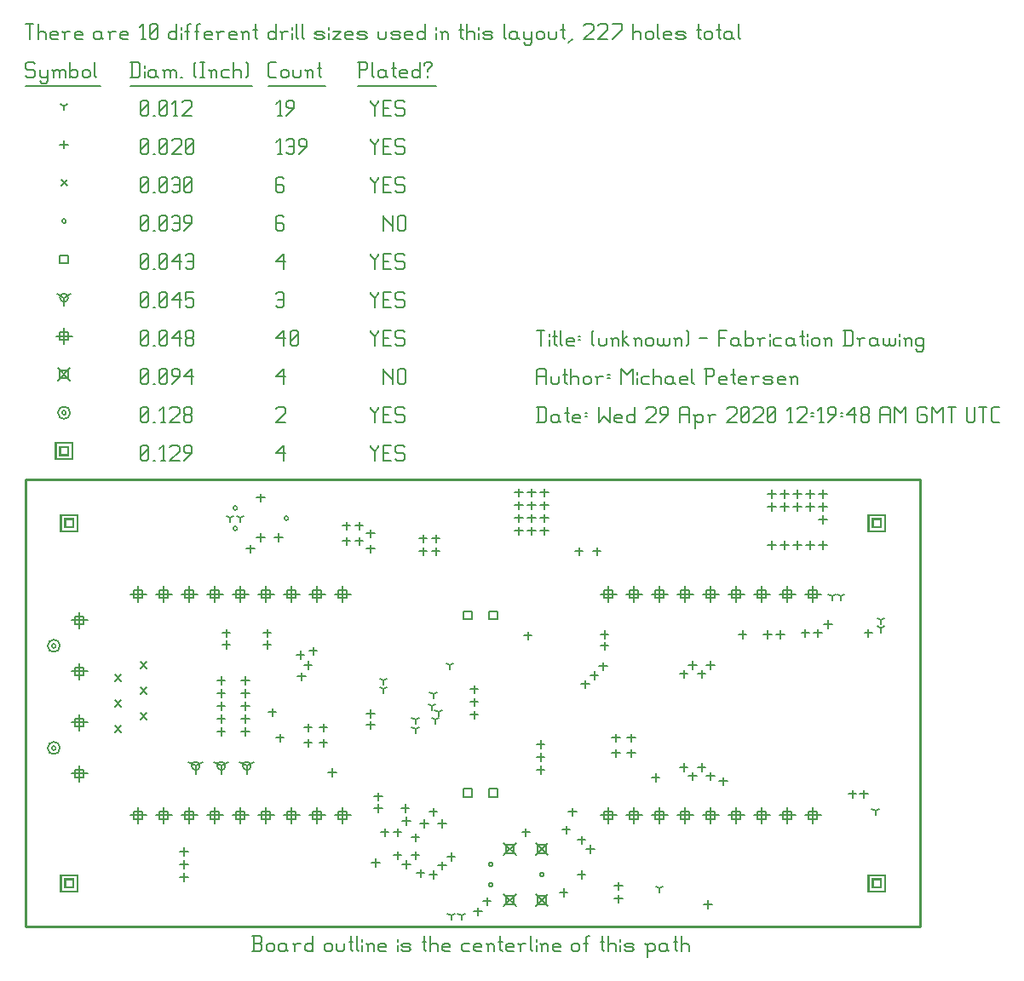
<source format=gbr>
G04 start of page 13 for group -3984 idx -3984 *
G04 Title: (unknown), fab *
G04 Creator: pcb 20140316 *
G04 CreationDate: Wed 29 Apr 2020 12:19:48 AM GMT UTC *
G04 For: railfan *
G04 Format: Gerber/RS-274X *
G04 PCB-Dimensions (mil): 3500.00 1750.00 *
G04 PCB-Coordinate-Origin: lower left *
%MOIN*%
%FSLAX25Y25*%
%LNFAB*%
%ADD138C,0.0100*%
%ADD137C,0.0060*%
%ADD136R,0.0080X0.0080*%
G54D136*X15400Y18600D02*X18600D01*
X15400D02*Y15400D01*
X18600D01*
Y18600D02*Y15400D01*
X13800Y20200D02*X20200D01*
X13800D02*Y13800D01*
X20200D01*
Y20200D02*Y13800D01*
X331400Y18600D02*X334600D01*
X331400D02*Y15400D01*
X334600D01*
Y18600D02*Y15400D01*
X329800Y20200D02*X336200D01*
X329800D02*Y13800D01*
X336200D01*
Y20200D02*Y13800D01*
X331400Y159600D02*X334600D01*
X331400D02*Y156400D01*
X334600D01*
Y159600D02*Y156400D01*
X329800Y161200D02*X336200D01*
X329800D02*Y154800D01*
X336200D01*
Y161200D02*Y154800D01*
X15400Y159600D02*X18600D01*
X15400D02*Y156400D01*
X18600D01*
Y159600D02*Y156400D01*
X13800Y161200D02*X20200D01*
X13800D02*Y154800D01*
X20200D01*
Y161200D02*Y154800D01*
X13400Y187850D02*X16600D01*
X13400D02*Y184650D01*
X16600D01*
Y187850D02*Y184650D01*
X11800Y189450D02*X18200D01*
X11800D02*Y183050D01*
X18200D01*
Y189450D02*Y183050D01*
G54D137*X135000Y188500D02*Y187750D01*
X136500Y186250D01*
X138000Y187750D01*
Y188500D02*Y187750D01*
X136500Y186250D02*Y182500D01*
X139800Y185500D02*X142050D01*
X139800Y182500D02*X142800D01*
X139800Y188500D02*Y182500D01*
Y188500D02*X142800D01*
X147600D02*X148350Y187750D01*
X145350Y188500D02*X147600D01*
X144600Y187750D02*X145350Y188500D01*
X144600Y187750D02*Y186250D01*
X145350Y185500D01*
X147600D01*
X148350Y184750D01*
Y183250D01*
X147600Y182500D02*X148350Y183250D01*
X145350Y182500D02*X147600D01*
X144600Y183250D02*X145350Y182500D01*
X98000Y185500D02*X101000Y188500D01*
X98000Y185500D02*X101750D01*
X101000Y188500D02*Y182500D01*
X45000Y183250D02*X45750Y182500D01*
X45000Y187750D02*Y183250D01*
Y187750D02*X45750Y188500D01*
X47250D01*
X48000Y187750D01*
Y183250D01*
X47250Y182500D02*X48000Y183250D01*
X45750Y182500D02*X47250D01*
X45000Y184000D02*X48000Y187000D01*
X49800Y182500D02*X50550D01*
X53100D02*X54600D01*
X53850Y188500D02*Y182500D01*
X52350Y187000D02*X53850Y188500D01*
X56400Y187750D02*X57150Y188500D01*
X59400D01*
X60150Y187750D01*
Y186250D01*
X56400Y182500D02*X60150Y186250D01*
X56400Y182500D02*X60150D01*
X61950D02*X64950Y185500D01*
Y187750D02*Y185500D01*
X64200Y188500D02*X64950Y187750D01*
X62700Y188500D02*X64200D01*
X61950Y187750D02*X62700Y188500D01*
X61950Y187750D02*Y186250D01*
X62700Y185500D01*
X64950D01*
X10200Y110000D02*G75*G03X11800Y110000I800J0D01*G01*
G75*G03X10200Y110000I-800J0D01*G01*
X8600D02*G75*G03X13400Y110000I2400J0D01*G01*
G75*G03X8600Y110000I-2400J0D01*G01*
X10200Y70000D02*G75*G03X11800Y70000I800J0D01*G01*
G75*G03X10200Y70000I-800J0D01*G01*
X8600D02*G75*G03X13400Y70000I2400J0D01*G01*
G75*G03X8600Y70000I-2400J0D01*G01*
X14200Y201250D02*G75*G03X15800Y201250I800J0D01*G01*
G75*G03X14200Y201250I-800J0D01*G01*
X12600D02*G75*G03X17400Y201250I2400J0D01*G01*
G75*G03X12600Y201250I-2400J0D01*G01*
X135000Y203500D02*Y202750D01*
X136500Y201250D01*
X138000Y202750D01*
Y203500D02*Y202750D01*
X136500Y201250D02*Y197500D01*
X139800Y200500D02*X142050D01*
X139800Y197500D02*X142800D01*
X139800Y203500D02*Y197500D01*
Y203500D02*X142800D01*
X147600D02*X148350Y202750D01*
X145350Y203500D02*X147600D01*
X144600Y202750D02*X145350Y203500D01*
X144600Y202750D02*Y201250D01*
X145350Y200500D01*
X147600D01*
X148350Y199750D01*
Y198250D01*
X147600Y197500D02*X148350Y198250D01*
X145350Y197500D02*X147600D01*
X144600Y198250D02*X145350Y197500D01*
X98000Y202750D02*X98750Y203500D01*
X101000D01*
X101750Y202750D01*
Y201250D01*
X98000Y197500D02*X101750Y201250D01*
X98000Y197500D02*X101750D01*
X45000Y198250D02*X45750Y197500D01*
X45000Y202750D02*Y198250D01*
Y202750D02*X45750Y203500D01*
X47250D01*
X48000Y202750D01*
Y198250D01*
X47250Y197500D02*X48000Y198250D01*
X45750Y197500D02*X47250D01*
X45000Y199000D02*X48000Y202000D01*
X49800Y197500D02*X50550D01*
X53100D02*X54600D01*
X53850Y203500D02*Y197500D01*
X52350Y202000D02*X53850Y203500D01*
X56400Y202750D02*X57150Y203500D01*
X59400D01*
X60150Y202750D01*
Y201250D01*
X56400Y197500D02*X60150Y201250D01*
X56400Y197500D02*X60150D01*
X61950Y198250D02*X62700Y197500D01*
X61950Y199750D02*Y198250D01*
Y199750D02*X62700Y200500D01*
X64200D01*
X64950Y199750D01*
Y198250D01*
X64200Y197500D02*X64950Y198250D01*
X62700Y197500D02*X64200D01*
X61950Y201250D02*X62700Y200500D01*
X61950Y202750D02*Y201250D01*
Y202750D02*X62700Y203500D01*
X64200D01*
X64950Y202750D01*
Y201250D01*
X64200Y200500D02*X64950Y201250D01*
X199600Y12900D02*X204400Y8100D01*
X199600D02*X204400Y12900D01*
X200400Y12100D02*X203600D01*
X200400D02*Y8900D01*
X203600D01*
Y12100D02*Y8900D01*
X187100Y12900D02*X191900Y8100D01*
X187100D02*X191900Y12900D01*
X187900Y12100D02*X191100D01*
X187900D02*Y8900D01*
X191100D01*
Y12100D02*Y8900D01*
X187100Y32900D02*X191900Y28100D01*
X187100D02*X191900Y32900D01*
X187900Y32100D02*X191100D01*
X187900D02*Y28900D01*
X191100D01*
Y32100D02*Y28900D01*
X199600Y32900D02*X204400Y28100D01*
X199600D02*X204400Y32900D01*
X200400Y32100D02*X203600D01*
X200400D02*Y28900D01*
X203600D01*
Y32100D02*Y28900D01*
X12600Y218650D02*X17400Y213850D01*
X12600D02*X17400Y218650D01*
X13400Y217850D02*X16600D01*
X13400D02*Y214650D01*
X16600D01*
Y217850D02*Y214650D01*
X140000Y218500D02*Y212500D01*
Y218500D02*Y217750D01*
X143750Y214000D01*
Y218500D02*Y212500D01*
X145550Y217750D02*Y213250D01*
Y217750D02*X146300Y218500D01*
X147800D01*
X148550Y217750D01*
Y213250D01*
X147800Y212500D02*X148550Y213250D01*
X146300Y212500D02*X147800D01*
X145550Y213250D02*X146300Y212500D01*
X98000Y215500D02*X101000Y218500D01*
X98000Y215500D02*X101750D01*
X101000Y218500D02*Y212500D01*
X45000Y213250D02*X45750Y212500D01*
X45000Y217750D02*Y213250D01*
Y217750D02*X45750Y218500D01*
X47250D01*
X48000Y217750D01*
Y213250D01*
X47250Y212500D02*X48000Y213250D01*
X45750Y212500D02*X47250D01*
X45000Y214000D02*X48000Y217000D01*
X49800Y212500D02*X50550D01*
X52350Y213250D02*X53100Y212500D01*
X52350Y217750D02*Y213250D01*
Y217750D02*X53100Y218500D01*
X54600D01*
X55350Y217750D01*
Y213250D01*
X54600Y212500D02*X55350Y213250D01*
X53100Y212500D02*X54600D01*
X52350Y214000D02*X55350Y217000D01*
X57150Y212500D02*X60150Y215500D01*
Y217750D02*Y215500D01*
X59400Y218500D02*X60150Y217750D01*
X57900Y218500D02*X59400D01*
X57150Y217750D02*X57900Y218500D01*
X57150Y217750D02*Y216250D01*
X57900Y215500D01*
X60150D01*
X61950D02*X64950Y218500D01*
X61950Y215500D02*X65700D01*
X64950Y218500D02*Y212500D01*
X21000Y83200D02*Y76800D01*
X17800Y80000D02*X24200D01*
X19400Y81600D02*X22600D01*
X19400D02*Y78400D01*
X22600D01*
Y81600D02*Y78400D01*
X21000Y63200D02*Y56800D01*
X17800Y60000D02*X24200D01*
X19400Y61600D02*X22600D01*
X19400D02*Y58400D01*
X22600D01*
Y61600D02*Y58400D01*
X124000Y46900D02*Y40500D01*
X120800Y43700D02*X127200D01*
X122400Y45300D02*X125600D01*
X122400D02*Y42100D01*
X125600D01*
Y45300D02*Y42100D01*
X114000Y46900D02*Y40500D01*
X110800Y43700D02*X117200D01*
X112400Y45300D02*X115600D01*
X112400D02*Y42100D01*
X115600D01*
Y45300D02*Y42100D01*
X104000Y46900D02*Y40500D01*
X100800Y43700D02*X107200D01*
X102400Y45300D02*X105600D01*
X102400D02*Y42100D01*
X105600D01*
Y45300D02*Y42100D01*
X94000Y46900D02*Y40500D01*
X90800Y43700D02*X97200D01*
X92400Y45300D02*X95600D01*
X92400D02*Y42100D01*
X95600D01*
Y45300D02*Y42100D01*
X84000Y46900D02*Y40500D01*
X80800Y43700D02*X87200D01*
X82400Y45300D02*X85600D01*
X82400D02*Y42100D01*
X85600D01*
Y45300D02*Y42100D01*
X74000Y46900D02*Y40500D01*
X70800Y43700D02*X77200D01*
X72400Y45300D02*X75600D01*
X72400D02*Y42100D01*
X75600D01*
Y45300D02*Y42100D01*
X64000Y46900D02*Y40500D01*
X60800Y43700D02*X67200D01*
X62400Y45300D02*X65600D01*
X62400D02*Y42100D01*
X65600D01*
Y45300D02*Y42100D01*
X54000Y46900D02*Y40500D01*
X50800Y43700D02*X57200D01*
X52400Y45300D02*X55600D01*
X52400D02*Y42100D01*
X55600D01*
Y45300D02*Y42100D01*
X44000Y46900D02*Y40500D01*
X40800Y43700D02*X47200D01*
X42400Y45300D02*X45600D01*
X42400D02*Y42100D01*
X45600D01*
Y45300D02*Y42100D01*
X124000Y133500D02*Y127100D01*
X120800Y130300D02*X127200D01*
X122400Y131900D02*X125600D01*
X122400D02*Y128700D01*
X125600D01*
Y131900D02*Y128700D01*
X114000Y133500D02*Y127100D01*
X110800Y130300D02*X117200D01*
X112400Y131900D02*X115600D01*
X112400D02*Y128700D01*
X115600D01*
Y131900D02*Y128700D01*
X104000Y133500D02*Y127100D01*
X100800Y130300D02*X107200D01*
X102400Y131900D02*X105600D01*
X102400D02*Y128700D01*
X105600D01*
Y131900D02*Y128700D01*
X94000Y133500D02*Y127100D01*
X90800Y130300D02*X97200D01*
X92400Y131900D02*X95600D01*
X92400D02*Y128700D01*
X95600D01*
Y131900D02*Y128700D01*
X84000Y133500D02*Y127100D01*
X80800Y130300D02*X87200D01*
X82400Y131900D02*X85600D01*
X82400D02*Y128700D01*
X85600D01*
Y131900D02*Y128700D01*
X74000Y133500D02*Y127100D01*
X70800Y130300D02*X77200D01*
X72400Y131900D02*X75600D01*
X72400D02*Y128700D01*
X75600D01*
Y131900D02*Y128700D01*
X64000Y133500D02*Y127100D01*
X60800Y130300D02*X67200D01*
X62400Y131900D02*X65600D01*
X62400D02*Y128700D01*
X65600D01*
Y131900D02*Y128700D01*
X54000Y133500D02*Y127100D01*
X50800Y130300D02*X57200D01*
X52400Y131900D02*X55600D01*
X52400D02*Y128700D01*
X55600D01*
Y131900D02*Y128700D01*
X44000Y133500D02*Y127100D01*
X40800Y130300D02*X47200D01*
X42400Y131900D02*X45600D01*
X42400D02*Y128700D01*
X45600D01*
Y131900D02*Y128700D01*
X308000Y46900D02*Y40500D01*
X304800Y43700D02*X311200D01*
X306400Y45300D02*X309600D01*
X306400D02*Y42100D01*
X309600D01*
Y45300D02*Y42100D01*
X298000Y46900D02*Y40500D01*
X294800Y43700D02*X301200D01*
X296400Y45300D02*X299600D01*
X296400D02*Y42100D01*
X299600D01*
Y45300D02*Y42100D01*
X288000Y46900D02*Y40500D01*
X284800Y43700D02*X291200D01*
X286400Y45300D02*X289600D01*
X286400D02*Y42100D01*
X289600D01*
Y45300D02*Y42100D01*
X278000Y46900D02*Y40500D01*
X274800Y43700D02*X281200D01*
X276400Y45300D02*X279600D01*
X276400D02*Y42100D01*
X279600D01*
Y45300D02*Y42100D01*
X268000Y46900D02*Y40500D01*
X264800Y43700D02*X271200D01*
X266400Y45300D02*X269600D01*
X266400D02*Y42100D01*
X269600D01*
Y45300D02*Y42100D01*
X258000Y46900D02*Y40500D01*
X254800Y43700D02*X261200D01*
X256400Y45300D02*X259600D01*
X256400D02*Y42100D01*
X259600D01*
Y45300D02*Y42100D01*
X248000Y46900D02*Y40500D01*
X244800Y43700D02*X251200D01*
X246400Y45300D02*X249600D01*
X246400D02*Y42100D01*
X249600D01*
Y45300D02*Y42100D01*
X238000Y46900D02*Y40500D01*
X234800Y43700D02*X241200D01*
X236400Y45300D02*X239600D01*
X236400D02*Y42100D01*
X239600D01*
Y45300D02*Y42100D01*
X228000Y46900D02*Y40500D01*
X224800Y43700D02*X231200D01*
X226400Y45300D02*X229600D01*
X226400D02*Y42100D01*
X229600D01*
Y45300D02*Y42100D01*
X308000Y133500D02*Y127100D01*
X304800Y130300D02*X311200D01*
X306400Y131900D02*X309600D01*
X306400D02*Y128700D01*
X309600D01*
Y131900D02*Y128700D01*
X298000Y133500D02*Y127100D01*
X294800Y130300D02*X301200D01*
X296400Y131900D02*X299600D01*
X296400D02*Y128700D01*
X299600D01*
Y131900D02*Y128700D01*
X288000Y133500D02*Y127100D01*
X284800Y130300D02*X291200D01*
X286400Y131900D02*X289600D01*
X286400D02*Y128700D01*
X289600D01*
Y131900D02*Y128700D01*
X278000Y133500D02*Y127100D01*
X274800Y130300D02*X281200D01*
X276400Y131900D02*X279600D01*
X276400D02*Y128700D01*
X279600D01*
Y131900D02*Y128700D01*
X268000Y133500D02*Y127100D01*
X264800Y130300D02*X271200D01*
X266400Y131900D02*X269600D01*
X266400D02*Y128700D01*
X269600D01*
Y131900D02*Y128700D01*
X258000Y133500D02*Y127100D01*
X254800Y130300D02*X261200D01*
X256400Y131900D02*X259600D01*
X256400D02*Y128700D01*
X259600D01*
Y131900D02*Y128700D01*
X248000Y133500D02*Y127100D01*
X244800Y130300D02*X251200D01*
X246400Y131900D02*X249600D01*
X246400D02*Y128700D01*
X249600D01*
Y131900D02*Y128700D01*
X238000Y133500D02*Y127100D01*
X234800Y130300D02*X241200D01*
X236400Y131900D02*X239600D01*
X236400D02*Y128700D01*
X239600D01*
Y131900D02*Y128700D01*
X228000Y133500D02*Y127100D01*
X224800Y130300D02*X231200D01*
X226400Y131900D02*X229600D01*
X226400D02*Y128700D01*
X229600D01*
Y131900D02*Y128700D01*
X21000Y123200D02*Y116800D01*
X17800Y120000D02*X24200D01*
X19400Y121600D02*X22600D01*
X19400D02*Y118400D01*
X22600D01*
Y121600D02*Y118400D01*
X21000Y103200D02*Y96800D01*
X17800Y100000D02*X24200D01*
X19400Y101600D02*X22600D01*
X19400D02*Y98400D01*
X22600D01*
Y101600D02*Y98400D01*
X15000Y234450D02*Y228050D01*
X11800Y231250D02*X18200D01*
X13400Y232850D02*X16600D01*
X13400D02*Y229650D01*
X16600D01*
Y232850D02*Y229650D01*
X135000Y233500D02*Y232750D01*
X136500Y231250D01*
X138000Y232750D01*
Y233500D02*Y232750D01*
X136500Y231250D02*Y227500D01*
X139800Y230500D02*X142050D01*
X139800Y227500D02*X142800D01*
X139800Y233500D02*Y227500D01*
Y233500D02*X142800D01*
X147600D02*X148350Y232750D01*
X145350Y233500D02*X147600D01*
X144600Y232750D02*X145350Y233500D01*
X144600Y232750D02*Y231250D01*
X145350Y230500D01*
X147600D01*
X148350Y229750D01*
Y228250D01*
X147600Y227500D02*X148350Y228250D01*
X145350Y227500D02*X147600D01*
X144600Y228250D02*X145350Y227500D01*
X98000Y230500D02*X101000Y233500D01*
X98000Y230500D02*X101750D01*
X101000Y233500D02*Y227500D01*
X103550Y228250D02*X104300Y227500D01*
X103550Y232750D02*Y228250D01*
Y232750D02*X104300Y233500D01*
X105800D01*
X106550Y232750D01*
Y228250D01*
X105800Y227500D02*X106550Y228250D01*
X104300Y227500D02*X105800D01*
X103550Y229000D02*X106550Y232000D01*
X45000Y228250D02*X45750Y227500D01*
X45000Y232750D02*Y228250D01*
Y232750D02*X45750Y233500D01*
X47250D01*
X48000Y232750D01*
Y228250D01*
X47250Y227500D02*X48000Y228250D01*
X45750Y227500D02*X47250D01*
X45000Y229000D02*X48000Y232000D01*
X49800Y227500D02*X50550D01*
X52350Y228250D02*X53100Y227500D01*
X52350Y232750D02*Y228250D01*
Y232750D02*X53100Y233500D01*
X54600D01*
X55350Y232750D01*
Y228250D01*
X54600Y227500D02*X55350Y228250D01*
X53100Y227500D02*X54600D01*
X52350Y229000D02*X55350Y232000D01*
X57150Y230500D02*X60150Y233500D01*
X57150Y230500D02*X60900D01*
X60150Y233500D02*Y227500D01*
X62700Y228250D02*X63450Y227500D01*
X62700Y229750D02*Y228250D01*
Y229750D02*X63450Y230500D01*
X64950D01*
X65700Y229750D01*
Y228250D01*
X64950Y227500D02*X65700Y228250D01*
X63450Y227500D02*X64950D01*
X62700Y231250D02*X63450Y230500D01*
X62700Y232750D02*Y231250D01*
Y232750D02*X63450Y233500D01*
X64950D01*
X65700Y232750D01*
Y231250D01*
X64950Y230500D02*X65700Y231250D01*
X86500Y63000D02*Y59800D01*
Y63000D02*X89273Y64600D01*
X86500Y63000D02*X83727Y64600D01*
X84900Y63000D02*G75*G03X88100Y63000I1600J0D01*G01*
G75*G03X84900Y63000I-1600J0D01*G01*
X76500D02*Y59800D01*
Y63000D02*X79273Y64600D01*
X76500Y63000D02*X73727Y64600D01*
X74900Y63000D02*G75*G03X78100Y63000I1600J0D01*G01*
G75*G03X74900Y63000I-1600J0D01*G01*
X66500D02*Y59800D01*
Y63000D02*X69273Y64600D01*
X66500Y63000D02*X63727Y64600D01*
X64900Y63000D02*G75*G03X68100Y63000I1600J0D01*G01*
G75*G03X64900Y63000I-1600J0D01*G01*
X15000Y246250D02*Y243050D01*
Y246250D02*X17773Y247850D01*
X15000Y246250D02*X12227Y247850D01*
X13400Y246250D02*G75*G03X16600Y246250I1600J0D01*G01*
G75*G03X13400Y246250I-1600J0D01*G01*
X135000Y248500D02*Y247750D01*
X136500Y246250D01*
X138000Y247750D01*
Y248500D02*Y247750D01*
X136500Y246250D02*Y242500D01*
X139800Y245500D02*X142050D01*
X139800Y242500D02*X142800D01*
X139800Y248500D02*Y242500D01*
Y248500D02*X142800D01*
X147600D02*X148350Y247750D01*
X145350Y248500D02*X147600D01*
X144600Y247750D02*X145350Y248500D01*
X144600Y247750D02*Y246250D01*
X145350Y245500D01*
X147600D01*
X148350Y244750D01*
Y243250D01*
X147600Y242500D02*X148350Y243250D01*
X145350Y242500D02*X147600D01*
X144600Y243250D02*X145350Y242500D01*
X98000Y247750D02*X98750Y248500D01*
X100250D01*
X101000Y247750D01*
Y243250D01*
X100250Y242500D02*X101000Y243250D01*
X98750Y242500D02*X100250D01*
X98000Y243250D02*X98750Y242500D01*
Y245500D02*X101000D01*
X45000Y243250D02*X45750Y242500D01*
X45000Y247750D02*Y243250D01*
Y247750D02*X45750Y248500D01*
X47250D01*
X48000Y247750D01*
Y243250D01*
X47250Y242500D02*X48000Y243250D01*
X45750Y242500D02*X47250D01*
X45000Y244000D02*X48000Y247000D01*
X49800Y242500D02*X50550D01*
X52350Y243250D02*X53100Y242500D01*
X52350Y247750D02*Y243250D01*
Y247750D02*X53100Y248500D01*
X54600D01*
X55350Y247750D01*
Y243250D01*
X54600Y242500D02*X55350Y243250D01*
X53100Y242500D02*X54600D01*
X52350Y244000D02*X55350Y247000D01*
X57150Y245500D02*X60150Y248500D01*
X57150Y245500D02*X60900D01*
X60150Y248500D02*Y242500D01*
X62700Y248500D02*X65700D01*
X62700D02*Y245500D01*
X63450Y246250D01*
X64950D01*
X65700Y245500D01*
Y243250D01*
X64950Y242500D02*X65700Y243250D01*
X63450Y242500D02*X64950D01*
X62700Y243250D02*X63450Y242500D01*
X171400Y123600D02*X174600D01*
X171400D02*Y120400D01*
X174600D01*
Y123600D02*Y120400D01*
X181400Y123600D02*X184600D01*
X181400D02*Y120400D01*
X184600D01*
Y123600D02*Y120400D01*
X171400Y54100D02*X174600D01*
X171400D02*Y50900D01*
X174600D01*
Y54100D02*Y50900D01*
X181400Y54100D02*X184600D01*
X181400D02*Y50900D01*
X184600D01*
Y54100D02*Y50900D01*
X13400Y262850D02*X16600D01*
X13400D02*Y259650D01*
X16600D01*
Y262850D02*Y259650D01*
X135000Y263500D02*Y262750D01*
X136500Y261250D01*
X138000Y262750D01*
Y263500D02*Y262750D01*
X136500Y261250D02*Y257500D01*
X139800Y260500D02*X142050D01*
X139800Y257500D02*X142800D01*
X139800Y263500D02*Y257500D01*
Y263500D02*X142800D01*
X147600D02*X148350Y262750D01*
X145350Y263500D02*X147600D01*
X144600Y262750D02*X145350Y263500D01*
X144600Y262750D02*Y261250D01*
X145350Y260500D01*
X147600D01*
X148350Y259750D01*
Y258250D01*
X147600Y257500D02*X148350Y258250D01*
X145350Y257500D02*X147600D01*
X144600Y258250D02*X145350Y257500D01*
X98000Y260500D02*X101000Y263500D01*
X98000Y260500D02*X101750D01*
X101000Y263500D02*Y257500D01*
X45000Y258250D02*X45750Y257500D01*
X45000Y262750D02*Y258250D01*
Y262750D02*X45750Y263500D01*
X47250D01*
X48000Y262750D01*
Y258250D01*
X47250Y257500D02*X48000Y258250D01*
X45750Y257500D02*X47250D01*
X45000Y259000D02*X48000Y262000D01*
X49800Y257500D02*X50550D01*
X52350Y258250D02*X53100Y257500D01*
X52350Y262750D02*Y258250D01*
Y262750D02*X53100Y263500D01*
X54600D01*
X55350Y262750D01*
Y258250D01*
X54600Y257500D02*X55350Y258250D01*
X53100Y257500D02*X54600D01*
X52350Y259000D02*X55350Y262000D01*
X57150Y260500D02*X60150Y263500D01*
X57150Y260500D02*X60900D01*
X60150Y263500D02*Y257500D01*
X62700Y262750D02*X63450Y263500D01*
X64950D01*
X65700Y262750D01*
Y258250D01*
X64950Y257500D02*X65700Y258250D01*
X63450Y257500D02*X64950D01*
X62700Y258250D02*X63450Y257500D01*
Y260500D02*X65700D01*
X101200Y160000D02*G75*G03X102800Y160000I800J0D01*G01*
G75*G03X101200Y160000I-800J0D01*G01*
X81200Y156000D02*G75*G03X82800Y156000I800J0D01*G01*
G75*G03X81200Y156000I-800J0D01*G01*
Y164000D02*G75*G03X82800Y164000I800J0D01*G01*
G75*G03X81200Y164000I-800J0D01*G01*
X201200Y20500D02*G75*G03X202800Y20500I800J0D01*G01*
G75*G03X201200Y20500I-800J0D01*G01*
X181200Y16500D02*G75*G03X182800Y16500I800J0D01*G01*
G75*G03X181200Y16500I-800J0D01*G01*
Y24500D02*G75*G03X182800Y24500I800J0D01*G01*
G75*G03X181200Y24500I-800J0D01*G01*
X14200Y276250D02*G75*G03X15800Y276250I800J0D01*G01*
G75*G03X14200Y276250I-800J0D01*G01*
X140000Y278500D02*Y272500D01*
Y278500D02*Y277750D01*
X143750Y274000D01*
Y278500D02*Y272500D01*
X145550Y277750D02*Y273250D01*
Y277750D02*X146300Y278500D01*
X147800D01*
X148550Y277750D01*
Y273250D01*
X147800Y272500D02*X148550Y273250D01*
X146300Y272500D02*X147800D01*
X145550Y273250D02*X146300Y272500D01*
X100250Y278500D02*X101000Y277750D01*
X98750Y278500D02*X100250D01*
X98000Y277750D02*X98750Y278500D01*
X98000Y277750D02*Y273250D01*
X98750Y272500D01*
X100250Y275500D02*X101000Y274750D01*
X98000Y275500D02*X100250D01*
X98750Y272500D02*X100250D01*
X101000Y273250D01*
Y274750D02*Y273250D01*
X45000D02*X45750Y272500D01*
X45000Y277750D02*Y273250D01*
Y277750D02*X45750Y278500D01*
X47250D01*
X48000Y277750D01*
Y273250D01*
X47250Y272500D02*X48000Y273250D01*
X45750Y272500D02*X47250D01*
X45000Y274000D02*X48000Y277000D01*
X49800Y272500D02*X50550D01*
X52350Y273250D02*X53100Y272500D01*
X52350Y277750D02*Y273250D01*
Y277750D02*X53100Y278500D01*
X54600D01*
X55350Y277750D01*
Y273250D01*
X54600Y272500D02*X55350Y273250D01*
X53100Y272500D02*X54600D01*
X52350Y274000D02*X55350Y277000D01*
X57150Y277750D02*X57900Y278500D01*
X59400D01*
X60150Y277750D01*
Y273250D01*
X59400Y272500D02*X60150Y273250D01*
X57900Y272500D02*X59400D01*
X57150Y273250D02*X57900Y272500D01*
Y275500D02*X60150D01*
X61950Y272500D02*X64950Y275500D01*
Y277750D02*Y275500D01*
X64200Y278500D02*X64950Y277750D01*
X62700Y278500D02*X64200D01*
X61950Y277750D02*X62700Y278500D01*
X61950Y277750D02*Y276250D01*
X62700Y275500D01*
X64950D01*
X44800Y103700D02*X47200Y101300D01*
X44800D02*X47200Y103700D01*
X34800Y98700D02*X37200Y96300D01*
X34800D02*X37200Y98700D01*
X44800Y93700D02*X47200Y91300D01*
X44800D02*X47200Y93700D01*
X34800Y88700D02*X37200Y86300D01*
X34800D02*X37200Y88700D01*
X44800Y83700D02*X47200Y81300D01*
X44800D02*X47200Y83700D01*
X34800Y78700D02*X37200Y76300D01*
X34800D02*X37200Y78700D01*
X13800Y292450D02*X16200Y290050D01*
X13800D02*X16200Y292450D01*
X135000Y293500D02*Y292750D01*
X136500Y291250D01*
X138000Y292750D01*
Y293500D02*Y292750D01*
X136500Y291250D02*Y287500D01*
X139800Y290500D02*X142050D01*
X139800Y287500D02*X142800D01*
X139800Y293500D02*Y287500D01*
Y293500D02*X142800D01*
X147600D02*X148350Y292750D01*
X145350Y293500D02*X147600D01*
X144600Y292750D02*X145350Y293500D01*
X144600Y292750D02*Y291250D01*
X145350Y290500D01*
X147600D01*
X148350Y289750D01*
Y288250D01*
X147600Y287500D02*X148350Y288250D01*
X145350Y287500D02*X147600D01*
X144600Y288250D02*X145350Y287500D01*
X100250Y293500D02*X101000Y292750D01*
X98750Y293500D02*X100250D01*
X98000Y292750D02*X98750Y293500D01*
X98000Y292750D02*Y288250D01*
X98750Y287500D01*
X100250Y290500D02*X101000Y289750D01*
X98000Y290500D02*X100250D01*
X98750Y287500D02*X100250D01*
X101000Y288250D01*
Y289750D02*Y288250D01*
X45000D02*X45750Y287500D01*
X45000Y292750D02*Y288250D01*
Y292750D02*X45750Y293500D01*
X47250D01*
X48000Y292750D01*
Y288250D01*
X47250Y287500D02*X48000Y288250D01*
X45750Y287500D02*X47250D01*
X45000Y289000D02*X48000Y292000D01*
X49800Y287500D02*X50550D01*
X52350Y288250D02*X53100Y287500D01*
X52350Y292750D02*Y288250D01*
Y292750D02*X53100Y293500D01*
X54600D01*
X55350Y292750D01*
Y288250D01*
X54600Y287500D02*X55350Y288250D01*
X53100Y287500D02*X54600D01*
X52350Y289000D02*X55350Y292000D01*
X57150Y292750D02*X57900Y293500D01*
X59400D01*
X60150Y292750D01*
Y288250D01*
X59400Y287500D02*X60150Y288250D01*
X57900Y287500D02*X59400D01*
X57150Y288250D02*X57900Y287500D01*
Y290500D02*X60150D01*
X61950Y288250D02*X62700Y287500D01*
X61950Y292750D02*Y288250D01*
Y292750D02*X62700Y293500D01*
X64200D01*
X64950Y292750D01*
Y288250D01*
X64200Y287500D02*X64950Y288250D01*
X62700Y287500D02*X64200D01*
X61950Y289000D02*X64950Y292000D01*
X120000Y62100D02*Y58900D01*
X118400Y60500D02*X121600D01*
X137000Y26700D02*Y23500D01*
X135400Y25100D02*X138600D01*
X152500Y29600D02*Y26400D01*
X150900Y28000D02*X154100D01*
X152500Y36600D02*Y33400D01*
X150900Y35000D02*X154100D01*
X92000Y169600D02*Y166400D01*
X90400Y168000D02*X93600D01*
X201500Y73100D02*Y69900D01*
X199900Y71500D02*X203100D01*
X110500Y73600D02*Y70400D01*
X108900Y72000D02*X112100D01*
X110500Y79600D02*Y76400D01*
X108900Y78000D02*X112100D01*
X116500Y79600D02*Y76400D01*
X114900Y78000D02*X118100D01*
X116500Y73600D02*Y70400D01*
X114900Y72000D02*X118100D01*
X130500Y158600D02*Y155400D01*
X128900Y157000D02*X132100D01*
X130500Y152600D02*Y149400D01*
X128900Y151000D02*X132100D01*
X99500Y75600D02*Y72400D01*
X97900Y74000D02*X101100D01*
X96500Y85600D02*Y82400D01*
X94900Y84000D02*X98100D01*
X201500Y68100D02*Y64900D01*
X199900Y66500D02*X203100D01*
X201500Y63100D02*Y59900D01*
X199900Y61500D02*X203100D01*
X231000Y69600D02*Y66400D01*
X229400Y68000D02*X232600D01*
X231000Y75600D02*Y72400D01*
X229400Y74000D02*X232600D01*
X237000Y75600D02*Y72400D01*
X235400Y74000D02*X238600D01*
X237000Y69600D02*Y66400D01*
X235400Y68000D02*X238600D01*
X280512Y116100D02*Y112900D01*
X278912Y114500D02*X282112D01*
X290354Y116100D02*Y112900D01*
X288754Y114500D02*X291954D01*
X273000Y58600D02*Y55400D01*
X271400Y57000D02*X274600D01*
X295276Y116100D02*Y112900D01*
X293676Y114500D02*X296876D01*
X305118Y116600D02*Y113400D01*
X303518Y115000D02*X306718D01*
X310000Y116600D02*Y113400D01*
X308400Y115000D02*X311600D01*
X314000Y120100D02*Y116900D01*
X312400Y118500D02*X315600D01*
X268000Y104100D02*Y100900D01*
X266400Y102500D02*X269600D01*
X264500Y100600D02*Y97400D01*
X262900Y99000D02*X266100D01*
X261000Y104100D02*Y100900D01*
X259400Y102500D02*X262600D01*
X257500Y100600D02*Y97400D01*
X255900Y99000D02*X259100D01*
X257500Y64100D02*Y60900D01*
X255900Y62500D02*X259100D01*
X261000Y60600D02*Y57400D01*
X259400Y59000D02*X262600D01*
X264500Y64100D02*Y60900D01*
X262900Y62500D02*X266100D01*
X268000Y60600D02*Y57400D01*
X266400Y59000D02*X269600D01*
X246500Y60100D02*Y56900D01*
X244900Y58500D02*X248100D01*
X221000Y32100D02*Y28900D01*
X219400Y30500D02*X222600D01*
X217500Y22100D02*Y18900D01*
X215900Y20500D02*X219100D01*
X210500Y15100D02*Y11900D01*
X208900Y13500D02*X212100D01*
X180500Y11600D02*Y8400D01*
X178900Y10000D02*X182100D01*
X163000Y42100D02*Y38900D01*
X161400Y40500D02*X164600D01*
X159500Y46600D02*Y43400D01*
X157900Y45000D02*X161100D01*
X214000Y46600D02*Y43400D01*
X212400Y45000D02*X215600D01*
X217500Y35600D02*Y32400D01*
X215900Y34000D02*X219100D01*
X195750Y38600D02*Y35400D01*
X194150Y37000D02*X197350D01*
X211500Y39600D02*Y36400D01*
X209900Y38000D02*X213100D01*
X156000Y42100D02*Y38900D01*
X154400Y40500D02*X157600D01*
X329724Y116600D02*Y113400D01*
X328124Y115000D02*X331324D01*
X155500Y153600D02*Y150400D01*
X153900Y152000D02*X157100D01*
X155500Y148600D02*Y145400D01*
X153900Y147000D02*X157100D01*
X160500Y153600D02*Y150400D01*
X158900Y152000D02*X162100D01*
X160500Y148600D02*Y145400D01*
X158900Y147000D02*X162100D01*
X135000Y85100D02*Y81900D01*
X133400Y83500D02*X136600D01*
X135000Y80600D02*Y77400D01*
X133400Y79000D02*X136600D01*
X216500Y148600D02*Y145400D01*
X214900Y147000D02*X218100D01*
X223500Y148600D02*Y145400D01*
X221900Y147000D02*X225100D01*
X193000Y171600D02*Y168400D01*
X191400Y170000D02*X194600D01*
X193000Y166600D02*Y163400D01*
X191400Y165000D02*X194600D01*
X193000Y161600D02*Y158400D01*
X191400Y160000D02*X194600D01*
X193000Y156600D02*Y153400D01*
X191400Y155000D02*X194600D01*
X198000Y171600D02*Y168400D01*
X196400Y170000D02*X199600D01*
X198000Y166600D02*Y163400D01*
X196400Y165000D02*X199600D01*
X198000Y161600D02*Y158400D01*
X196400Y160000D02*X199600D01*
X198000Y156600D02*Y153400D01*
X196400Y155000D02*X199600D01*
X203000Y171600D02*Y168400D01*
X201400Y170000D02*X204600D01*
X203000Y166600D02*Y163400D01*
X201400Y165000D02*X204600D01*
X203000Y161600D02*Y158400D01*
X201400Y160000D02*X204600D01*
X203000Y156600D02*Y153400D01*
X201400Y155000D02*X204600D01*
X149000Y26100D02*Y22900D01*
X147400Y24500D02*X150600D01*
X166500Y29100D02*Y25900D01*
X164900Y27500D02*X168100D01*
X163000Y25600D02*Y22400D01*
X161400Y24000D02*X164600D01*
X159500Y22100D02*Y18900D01*
X157900Y20500D02*X161100D01*
X154500Y22600D02*Y19400D01*
X152900Y21000D02*X156100D01*
X149000Y43100D02*Y39900D01*
X147400Y41500D02*X150600D01*
X148500Y48100D02*Y44900D01*
X146900Y46500D02*X150100D01*
X222500Y100100D02*Y96900D01*
X220900Y98500D02*X224100D01*
X226000Y103600D02*Y100400D01*
X224400Y102000D02*X227600D01*
X219000Y96600D02*Y93400D01*
X217400Y95000D02*X220600D01*
X92000Y154100D02*Y150900D01*
X90400Y152500D02*X93600D01*
X99000Y154100D02*Y150900D01*
X97400Y152500D02*X100600D01*
X88000Y149600D02*Y146400D01*
X86400Y148000D02*X89600D01*
X292000Y151100D02*Y147900D01*
X290400Y149500D02*X293600D01*
X297000Y151100D02*Y147900D01*
X295400Y149500D02*X298600D01*
X302000Y151100D02*Y147900D01*
X300400Y149500D02*X303600D01*
X307000Y151100D02*Y147900D01*
X305400Y149500D02*X308600D01*
X312000Y151100D02*Y147900D01*
X310400Y149500D02*X313600D01*
X292000Y166100D02*Y162900D01*
X290400Y164500D02*X293600D01*
X292000Y171100D02*Y167900D01*
X290400Y169500D02*X293600D01*
X297000Y166100D02*Y162900D01*
X295400Y164500D02*X298600D01*
X297000Y171100D02*Y167900D01*
X295400Y169500D02*X298600D01*
X302000Y166100D02*Y162900D01*
X300400Y164500D02*X303600D01*
X302000Y171100D02*Y167900D01*
X300400Y169500D02*X303600D01*
X307000Y166100D02*Y162900D01*
X305400Y164500D02*X308600D01*
X307000Y171100D02*Y167900D01*
X305400Y169500D02*X308600D01*
X312000Y161100D02*Y157900D01*
X310400Y159500D02*X313600D01*
X312000Y166100D02*Y162900D01*
X310400Y164500D02*X313600D01*
X312000Y171100D02*Y167900D01*
X310400Y169500D02*X313600D01*
X86000Y98100D02*Y94900D01*
X84400Y96500D02*X87600D01*
X86000Y93100D02*Y89900D01*
X84400Y91500D02*X87600D01*
X112500Y109600D02*Y106400D01*
X110900Y108000D02*X114100D01*
X110500Y104100D02*Y100900D01*
X108900Y102500D02*X112100D01*
X108000Y99600D02*Y96400D01*
X106400Y98000D02*X109600D01*
X86000Y88100D02*Y84900D01*
X84400Y86500D02*X87600D01*
X86000Y83100D02*Y79900D01*
X84400Y81500D02*X87600D01*
X86000Y78100D02*Y74900D01*
X84400Y76500D02*X87600D01*
X76500Y78100D02*Y74900D01*
X74900Y76500D02*X78100D01*
X76500Y83100D02*Y79900D01*
X74900Y81500D02*X78100D01*
X76500Y88100D02*Y84900D01*
X74900Y86500D02*X78100D01*
X76500Y93100D02*Y89900D01*
X74900Y91500D02*X78100D01*
X76500Y98100D02*Y94900D01*
X74900Y96500D02*X78100D01*
X78500Y116600D02*Y113400D01*
X76900Y115000D02*X80100D01*
X94500Y116600D02*Y113400D01*
X92900Y115000D02*X96100D01*
X94500Y112100D02*Y108900D01*
X92900Y110500D02*X96100D01*
X78500Y112100D02*Y108900D01*
X76900Y110500D02*X80100D01*
X107500Y108100D02*Y104900D01*
X105900Y106500D02*X109100D01*
X135000Y155600D02*Y152400D01*
X133400Y154000D02*X136600D01*
X135000Y149600D02*Y146400D01*
X133400Y148000D02*X136600D01*
X125500Y158600D02*Y155400D01*
X123900Y157000D02*X127100D01*
X62000Y31100D02*Y27900D01*
X60400Y29500D02*X63600D01*
X62000Y26100D02*Y22900D01*
X60400Y24500D02*X63600D01*
X62000Y21100D02*Y17900D01*
X60400Y19500D02*X63600D01*
X267000Y10376D02*Y7176D01*
X265400Y8776D02*X268600D01*
X177000Y7600D02*Y4400D01*
X175400Y6000D02*X178600D01*
X145500Y38600D02*Y35400D01*
X143900Y37000D02*X147100D01*
X145500Y29600D02*Y26400D01*
X143900Y28000D02*X147100D01*
X175500Y84600D02*Y81400D01*
X173900Y83000D02*X177100D01*
X175500Y94600D02*Y91400D01*
X173900Y93000D02*X177100D01*
X175500Y89600D02*Y86400D01*
X173900Y88000D02*X177100D01*
X138000Y52600D02*Y49400D01*
X136400Y51000D02*X139600D01*
X138000Y48100D02*Y44900D01*
X136400Y46500D02*X139600D01*
X140500Y38600D02*Y35400D01*
X138900Y37000D02*X142100D01*
X226500Y116100D02*Y112900D01*
X224900Y114500D02*X228100D01*
X226500Y111600D02*Y108400D01*
X224900Y110000D02*X228100D01*
X125500Y152600D02*Y149400D01*
X123900Y151000D02*X127100D01*
X196500Y115600D02*Y112400D01*
X194900Y114000D02*X198100D01*
X232000Y12600D02*Y9400D01*
X230400Y11000D02*X233600D01*
X232000Y17600D02*Y14400D01*
X230400Y16000D02*X233600D01*
X328000Y53600D02*Y50400D01*
X326400Y52000D02*X329600D01*
X323500Y53600D02*Y50400D01*
X321900Y52000D02*X325100D01*
X15000Y307850D02*Y304650D01*
X13400Y306250D02*X16600D01*
X135000Y308500D02*Y307750D01*
X136500Y306250D01*
X138000Y307750D01*
Y308500D02*Y307750D01*
X136500Y306250D02*Y302500D01*
X139800Y305500D02*X142050D01*
X139800Y302500D02*X142800D01*
X139800Y308500D02*Y302500D01*
Y308500D02*X142800D01*
X147600D02*X148350Y307750D01*
X145350Y308500D02*X147600D01*
X144600Y307750D02*X145350Y308500D01*
X144600Y307750D02*Y306250D01*
X145350Y305500D01*
X147600D01*
X148350Y304750D01*
Y303250D01*
X147600Y302500D02*X148350Y303250D01*
X145350Y302500D02*X147600D01*
X144600Y303250D02*X145350Y302500D01*
X98750D02*X100250D01*
X99500Y308500D02*Y302500D01*
X98000Y307000D02*X99500Y308500D01*
X102050Y307750D02*X102800Y308500D01*
X104300D01*
X105050Y307750D01*
Y303250D01*
X104300Y302500D02*X105050Y303250D01*
X102800Y302500D02*X104300D01*
X102050Y303250D02*X102800Y302500D01*
Y305500D02*X105050D01*
X106850Y302500D02*X109850Y305500D01*
Y307750D02*Y305500D01*
X109100Y308500D02*X109850Y307750D01*
X107600Y308500D02*X109100D01*
X106850Y307750D02*X107600Y308500D01*
X106850Y307750D02*Y306250D01*
X107600Y305500D01*
X109850D01*
X45000Y303250D02*X45750Y302500D01*
X45000Y307750D02*Y303250D01*
Y307750D02*X45750Y308500D01*
X47250D01*
X48000Y307750D01*
Y303250D01*
X47250Y302500D02*X48000Y303250D01*
X45750Y302500D02*X47250D01*
X45000Y304000D02*X48000Y307000D01*
X49800Y302500D02*X50550D01*
X52350Y303250D02*X53100Y302500D01*
X52350Y307750D02*Y303250D01*
Y307750D02*X53100Y308500D01*
X54600D01*
X55350Y307750D01*
Y303250D01*
X54600Y302500D02*X55350Y303250D01*
X53100Y302500D02*X54600D01*
X52350Y304000D02*X55350Y307000D01*
X57150Y307750D02*X57900Y308500D01*
X60150D01*
X60900Y307750D01*
Y306250D01*
X57150Y302500D02*X60900Y306250D01*
X57150Y302500D02*X60900D01*
X62700Y303250D02*X63450Y302500D01*
X62700Y307750D02*Y303250D01*
Y307750D02*X63450Y308500D01*
X64950D01*
X65700Y307750D01*
Y303250D01*
X64950Y302500D02*X65700Y303250D01*
X63450Y302500D02*X64950D01*
X62700Y304000D02*X65700Y307000D01*
X160276Y81000D02*Y79400D01*
Y81000D02*X161663Y81800D01*
X160276Y81000D02*X158889Y81800D01*
X161500Y84000D02*Y82400D01*
Y84000D02*X162887Y84800D01*
X161500Y84000D02*X160113Y84800D01*
X159000Y86500D02*Y84900D01*
Y86500D02*X160387Y87300D01*
X159000Y86500D02*X157613Y87300D01*
X166000Y102500D02*Y100900D01*
Y102500D02*X167387Y103300D01*
X166000Y102500D02*X164613Y103300D01*
X159500Y91000D02*Y89400D01*
Y91000D02*X160887Y91800D01*
X159500Y91000D02*X158113Y91800D01*
X152500Y81000D02*Y79400D01*
Y81000D02*X153887Y81800D01*
X152500Y81000D02*X151113Y81800D01*
X152500Y77500D02*Y75900D01*
Y77500D02*X153887Y78300D01*
X152500Y77500D02*X151113Y78300D01*
X140000Y93000D02*Y91400D01*
Y93000D02*X141387Y93800D01*
X140000Y93000D02*X138613Y93800D01*
X140000Y96500D02*Y94900D01*
Y96500D02*X141387Y97300D01*
X140000Y96500D02*X138613Y97300D01*
X248000Y15075D02*Y13475D01*
Y15075D02*X249387Y15875D01*
X248000Y15075D02*X246613Y15875D01*
X315500Y129500D02*Y127900D01*
Y129500D02*X316887Y130300D01*
X315500Y129500D02*X314113Y130300D01*
X319000Y129500D02*Y127900D01*
Y129500D02*X320387Y130300D01*
X319000Y129500D02*X317613Y130300D01*
X334646Y120000D02*Y118400D01*
Y120000D02*X336033Y120800D01*
X334646Y120000D02*X333259Y120800D01*
X334646Y116854D02*Y115254D01*
Y116854D02*X336033Y117654D01*
X334646Y116854D02*X333259Y117654D01*
X332500Y45500D02*Y43900D01*
Y45500D02*X333887Y46300D01*
X332500Y45500D02*X331113Y46300D01*
X84000Y160000D02*Y158400D01*
Y160000D02*X85387Y160800D01*
X84000Y160000D02*X82613Y160800D01*
X80000Y160000D02*Y158400D01*
Y160000D02*X81387Y160800D01*
X80000Y160000D02*X78613Y160800D01*
X170500Y4500D02*Y2900D01*
Y4500D02*X171887Y5300D01*
X170500Y4500D02*X169113Y5300D01*
X166500Y4500D02*Y2900D01*
Y4500D02*X167887Y5300D01*
X166500Y4500D02*X165113Y5300D01*
X15000Y321250D02*Y319650D01*
Y321250D02*X16387Y322050D01*
X15000Y321250D02*X13613Y322050D01*
X135000Y323500D02*Y322750D01*
X136500Y321250D01*
X138000Y322750D01*
Y323500D02*Y322750D01*
X136500Y321250D02*Y317500D01*
X139800Y320500D02*X142050D01*
X139800Y317500D02*X142800D01*
X139800Y323500D02*Y317500D01*
Y323500D02*X142800D01*
X147600D02*X148350Y322750D01*
X145350Y323500D02*X147600D01*
X144600Y322750D02*X145350Y323500D01*
X144600Y322750D02*Y321250D01*
X145350Y320500D01*
X147600D01*
X148350Y319750D01*
Y318250D01*
X147600Y317500D02*X148350Y318250D01*
X145350Y317500D02*X147600D01*
X144600Y318250D02*X145350Y317500D01*
X98750D02*X100250D01*
X99500Y323500D02*Y317500D01*
X98000Y322000D02*X99500Y323500D01*
X102050Y317500D02*X105050Y320500D01*
Y322750D02*Y320500D01*
X104300Y323500D02*X105050Y322750D01*
X102800Y323500D02*X104300D01*
X102050Y322750D02*X102800Y323500D01*
X102050Y322750D02*Y321250D01*
X102800Y320500D01*
X105050D01*
X45000Y318250D02*X45750Y317500D01*
X45000Y322750D02*Y318250D01*
Y322750D02*X45750Y323500D01*
X47250D01*
X48000Y322750D01*
Y318250D01*
X47250Y317500D02*X48000Y318250D01*
X45750Y317500D02*X47250D01*
X45000Y319000D02*X48000Y322000D01*
X49800Y317500D02*X50550D01*
X52350Y318250D02*X53100Y317500D01*
X52350Y322750D02*Y318250D01*
Y322750D02*X53100Y323500D01*
X54600D01*
X55350Y322750D01*
Y318250D01*
X54600Y317500D02*X55350Y318250D01*
X53100Y317500D02*X54600D01*
X52350Y319000D02*X55350Y322000D01*
X57900Y317500D02*X59400D01*
X58650Y323500D02*Y317500D01*
X57150Y322000D02*X58650Y323500D01*
X61200Y322750D02*X61950Y323500D01*
X64200D01*
X64950Y322750D01*
Y321250D01*
X61200Y317500D02*X64950Y321250D01*
X61200Y317500D02*X64950D01*
X3000Y338500D02*X3750Y337750D01*
X750Y338500D02*X3000D01*
X0Y337750D02*X750Y338500D01*
X0Y337750D02*Y336250D01*
X750Y335500D01*
X3000D01*
X3750Y334750D01*
Y333250D01*
X3000Y332500D02*X3750Y333250D01*
X750Y332500D02*X3000D01*
X0Y333250D02*X750Y332500D01*
X5550Y335500D02*Y333250D01*
X6300Y332500D01*
X8550Y335500D02*Y331000D01*
X7800Y330250D02*X8550Y331000D01*
X6300Y330250D02*X7800D01*
X5550Y331000D02*X6300Y330250D01*
Y332500D02*X7800D01*
X8550Y333250D01*
X11100Y334750D02*Y332500D01*
Y334750D02*X11850Y335500D01*
X12600D01*
X13350Y334750D01*
Y332500D01*
Y334750D02*X14100Y335500D01*
X14850D01*
X15600Y334750D01*
Y332500D01*
X10350Y335500D02*X11100Y334750D01*
X17400Y338500D02*Y332500D01*
Y333250D02*X18150Y332500D01*
X19650D01*
X20400Y333250D01*
Y334750D02*Y333250D01*
X19650Y335500D02*X20400Y334750D01*
X18150Y335500D02*X19650D01*
X17400Y334750D02*X18150Y335500D01*
X22200Y334750D02*Y333250D01*
Y334750D02*X22950Y335500D01*
X24450D01*
X25200Y334750D01*
Y333250D01*
X24450Y332500D02*X25200Y333250D01*
X22950Y332500D02*X24450D01*
X22200Y333250D02*X22950Y332500D01*
X27000Y338500D02*Y333250D01*
X27750Y332500D01*
X0Y329250D02*X29250D01*
X41750Y338500D02*Y332500D01*
X44000Y338500D02*X44750Y337750D01*
Y333250D01*
X44000Y332500D02*X44750Y333250D01*
X41000Y332500D02*X44000D01*
X41000Y338500D02*X44000D01*
X46550Y337000D02*Y336250D01*
Y334750D02*Y332500D01*
X50300Y335500D02*X51050Y334750D01*
X48800Y335500D02*X50300D01*
X48050Y334750D02*X48800Y335500D01*
X48050Y334750D02*Y333250D01*
X48800Y332500D01*
X51050Y335500D02*Y333250D01*
X51800Y332500D01*
X48800D02*X50300D01*
X51050Y333250D01*
X54350Y334750D02*Y332500D01*
Y334750D02*X55100Y335500D01*
X55850D01*
X56600Y334750D01*
Y332500D01*
Y334750D02*X57350Y335500D01*
X58100D01*
X58850Y334750D01*
Y332500D01*
X53600Y335500D02*X54350Y334750D01*
X60650Y332500D02*X61400D01*
X65900Y333250D02*X66650Y332500D01*
X65900Y337750D02*X66650Y338500D01*
X65900Y337750D02*Y333250D01*
X68450Y338500D02*X69950D01*
X69200D02*Y332500D01*
X68450D02*X69950D01*
X72500Y334750D02*Y332500D01*
Y334750D02*X73250Y335500D01*
X74000D01*
X74750Y334750D01*
Y332500D01*
X71750Y335500D02*X72500Y334750D01*
X77300Y335500D02*X79550D01*
X76550Y334750D02*X77300Y335500D01*
X76550Y334750D02*Y333250D01*
X77300Y332500D01*
X79550D01*
X81350Y338500D02*Y332500D01*
Y334750D02*X82100Y335500D01*
X83600D01*
X84350Y334750D01*
Y332500D01*
X86150Y338500D02*X86900Y337750D01*
Y333250D01*
X86150Y332500D02*X86900Y333250D01*
X41000Y329250D02*X88700D01*
X95750Y332500D02*X98000D01*
X95000Y333250D02*X95750Y332500D01*
X95000Y337750D02*Y333250D01*
Y337750D02*X95750Y338500D01*
X98000D01*
X99800Y334750D02*Y333250D01*
Y334750D02*X100550Y335500D01*
X102050D01*
X102800Y334750D01*
Y333250D01*
X102050Y332500D02*X102800Y333250D01*
X100550Y332500D02*X102050D01*
X99800Y333250D02*X100550Y332500D01*
X104600Y335500D02*Y333250D01*
X105350Y332500D01*
X106850D01*
X107600Y333250D01*
Y335500D02*Y333250D01*
X110150Y334750D02*Y332500D01*
Y334750D02*X110900Y335500D01*
X111650D01*
X112400Y334750D01*
Y332500D01*
X109400Y335500D02*X110150Y334750D01*
X114950Y338500D02*Y333250D01*
X115700Y332500D01*
X114200Y336250D02*X115700D01*
X95000Y329250D02*X117200D01*
X130750Y338500D02*Y332500D01*
X130000Y338500D02*X133000D01*
X133750Y337750D01*
Y336250D01*
X133000Y335500D02*X133750Y336250D01*
X130750Y335500D02*X133000D01*
X135550Y338500D02*Y333250D01*
X136300Y332500D01*
X140050Y335500D02*X140800Y334750D01*
X138550Y335500D02*X140050D01*
X137800Y334750D02*X138550Y335500D01*
X137800Y334750D02*Y333250D01*
X138550Y332500D01*
X140800Y335500D02*Y333250D01*
X141550Y332500D01*
X138550D02*X140050D01*
X140800Y333250D01*
X144100Y338500D02*Y333250D01*
X144850Y332500D01*
X143350Y336250D02*X144850D01*
X147100Y332500D02*X149350D01*
X146350Y333250D02*X147100Y332500D01*
X146350Y334750D02*Y333250D01*
Y334750D02*X147100Y335500D01*
X148600D01*
X149350Y334750D01*
X146350Y334000D02*X149350D01*
Y334750D02*Y334000D01*
X154150Y338500D02*Y332500D01*
X153400D02*X154150Y333250D01*
X151900Y332500D02*X153400D01*
X151150Y333250D02*X151900Y332500D01*
X151150Y334750D02*Y333250D01*
Y334750D02*X151900Y335500D01*
X153400D01*
X154150Y334750D01*
X157450Y335500D02*Y334750D01*
Y333250D02*Y332500D01*
X155950Y337750D02*Y337000D01*
Y337750D02*X156700Y338500D01*
X158200D01*
X158950Y337750D01*
Y337000D01*
X157450Y335500D02*X158950Y337000D01*
X130000Y329250D02*X160750D01*
X0Y353500D02*X3000D01*
X1500D02*Y347500D01*
X4800Y353500D02*Y347500D01*
Y349750D02*X5550Y350500D01*
X7050D01*
X7800Y349750D01*
Y347500D01*
X10350D02*X12600D01*
X9600Y348250D02*X10350Y347500D01*
X9600Y349750D02*Y348250D01*
Y349750D02*X10350Y350500D01*
X11850D01*
X12600Y349750D01*
X9600Y349000D02*X12600D01*
Y349750D02*Y349000D01*
X15150Y349750D02*Y347500D01*
Y349750D02*X15900Y350500D01*
X17400D01*
X14400D02*X15150Y349750D01*
X19950Y347500D02*X22200D01*
X19200Y348250D02*X19950Y347500D01*
X19200Y349750D02*Y348250D01*
Y349750D02*X19950Y350500D01*
X21450D01*
X22200Y349750D01*
X19200Y349000D02*X22200D01*
Y349750D02*Y349000D01*
X28950Y350500D02*X29700Y349750D01*
X27450Y350500D02*X28950D01*
X26700Y349750D02*X27450Y350500D01*
X26700Y349750D02*Y348250D01*
X27450Y347500D01*
X29700Y350500D02*Y348250D01*
X30450Y347500D01*
X27450D02*X28950D01*
X29700Y348250D01*
X33000Y349750D02*Y347500D01*
Y349750D02*X33750Y350500D01*
X35250D01*
X32250D02*X33000Y349750D01*
X37800Y347500D02*X40050D01*
X37050Y348250D02*X37800Y347500D01*
X37050Y349750D02*Y348250D01*
Y349750D02*X37800Y350500D01*
X39300D01*
X40050Y349750D01*
X37050Y349000D02*X40050D01*
Y349750D02*Y349000D01*
X45300Y347500D02*X46800D01*
X46050Y353500D02*Y347500D01*
X44550Y352000D02*X46050Y353500D01*
X48600Y348250D02*X49350Y347500D01*
X48600Y352750D02*Y348250D01*
Y352750D02*X49350Y353500D01*
X50850D01*
X51600Y352750D01*
Y348250D01*
X50850Y347500D02*X51600Y348250D01*
X49350Y347500D02*X50850D01*
X48600Y349000D02*X51600Y352000D01*
X59100Y353500D02*Y347500D01*
X58350D02*X59100Y348250D01*
X56850Y347500D02*X58350D01*
X56100Y348250D02*X56850Y347500D01*
X56100Y349750D02*Y348250D01*
Y349750D02*X56850Y350500D01*
X58350D01*
X59100Y349750D01*
X60900Y352000D02*Y351250D01*
Y349750D02*Y347500D01*
X63150Y352750D02*Y347500D01*
Y352750D02*X63900Y353500D01*
X64650D01*
X62400Y350500D02*X63900D01*
X66900Y352750D02*Y347500D01*
Y352750D02*X67650Y353500D01*
X68400D01*
X66150Y350500D02*X67650D01*
X70650Y347500D02*X72900D01*
X69900Y348250D02*X70650Y347500D01*
X69900Y349750D02*Y348250D01*
Y349750D02*X70650Y350500D01*
X72150D01*
X72900Y349750D01*
X69900Y349000D02*X72900D01*
Y349750D02*Y349000D01*
X75450Y349750D02*Y347500D01*
Y349750D02*X76200Y350500D01*
X77700D01*
X74700D02*X75450Y349750D01*
X80250Y347500D02*X82500D01*
X79500Y348250D02*X80250Y347500D01*
X79500Y349750D02*Y348250D01*
Y349750D02*X80250Y350500D01*
X81750D01*
X82500Y349750D01*
X79500Y349000D02*X82500D01*
Y349750D02*Y349000D01*
X85050Y349750D02*Y347500D01*
Y349750D02*X85800Y350500D01*
X86550D01*
X87300Y349750D01*
Y347500D01*
X84300Y350500D02*X85050Y349750D01*
X89850Y353500D02*Y348250D01*
X90600Y347500D01*
X89100Y351250D02*X90600D01*
X97800Y353500D02*Y347500D01*
X97050D02*X97800Y348250D01*
X95550Y347500D02*X97050D01*
X94800Y348250D02*X95550Y347500D01*
X94800Y349750D02*Y348250D01*
Y349750D02*X95550Y350500D01*
X97050D01*
X97800Y349750D01*
X100350D02*Y347500D01*
Y349750D02*X101100Y350500D01*
X102600D01*
X99600D02*X100350Y349750D01*
X104400Y352000D02*Y351250D01*
Y349750D02*Y347500D01*
X105900Y353500D02*Y348250D01*
X106650Y347500D01*
X108150Y353500D02*Y348250D01*
X108900Y347500D01*
X113850D02*X116100D01*
X116850Y348250D01*
X116100Y349000D02*X116850Y348250D01*
X113850Y349000D02*X116100D01*
X113100Y349750D02*X113850Y349000D01*
X113100Y349750D02*X113850Y350500D01*
X116100D01*
X116850Y349750D01*
X113100Y348250D02*X113850Y347500D01*
X118650Y352000D02*Y351250D01*
Y349750D02*Y347500D01*
X120150Y350500D02*X123150D01*
X120150Y347500D02*X123150Y350500D01*
X120150Y347500D02*X123150D01*
X125700D02*X127950D01*
X124950Y348250D02*X125700Y347500D01*
X124950Y349750D02*Y348250D01*
Y349750D02*X125700Y350500D01*
X127200D01*
X127950Y349750D01*
X124950Y349000D02*X127950D01*
Y349750D02*Y349000D01*
X130500Y347500D02*X132750D01*
X133500Y348250D01*
X132750Y349000D02*X133500Y348250D01*
X130500Y349000D02*X132750D01*
X129750Y349750D02*X130500Y349000D01*
X129750Y349750D02*X130500Y350500D01*
X132750D01*
X133500Y349750D01*
X129750Y348250D02*X130500Y347500D01*
X138000Y350500D02*Y348250D01*
X138750Y347500D01*
X140250D01*
X141000Y348250D01*
Y350500D02*Y348250D01*
X143550Y347500D02*X145800D01*
X146550Y348250D01*
X145800Y349000D02*X146550Y348250D01*
X143550Y349000D02*X145800D01*
X142800Y349750D02*X143550Y349000D01*
X142800Y349750D02*X143550Y350500D01*
X145800D01*
X146550Y349750D01*
X142800Y348250D02*X143550Y347500D01*
X149100D02*X151350D01*
X148350Y348250D02*X149100Y347500D01*
X148350Y349750D02*Y348250D01*
Y349750D02*X149100Y350500D01*
X150600D01*
X151350Y349750D01*
X148350Y349000D02*X151350D01*
Y349750D02*Y349000D01*
X156150Y353500D02*Y347500D01*
X155400D02*X156150Y348250D01*
X153900Y347500D02*X155400D01*
X153150Y348250D02*X153900Y347500D01*
X153150Y349750D02*Y348250D01*
Y349750D02*X153900Y350500D01*
X155400D01*
X156150Y349750D01*
X160650Y352000D02*Y351250D01*
Y349750D02*Y347500D01*
X162900Y349750D02*Y347500D01*
Y349750D02*X163650Y350500D01*
X164400D01*
X165150Y349750D01*
Y347500D01*
X162150Y350500D02*X162900Y349750D01*
X170400Y353500D02*Y348250D01*
X171150Y347500D01*
X169650Y351250D02*X171150D01*
X172650Y353500D02*Y347500D01*
Y349750D02*X173400Y350500D01*
X174900D01*
X175650Y349750D01*
Y347500D01*
X177450Y352000D02*Y351250D01*
Y349750D02*Y347500D01*
X179700D02*X181950D01*
X182700Y348250D01*
X181950Y349000D02*X182700Y348250D01*
X179700Y349000D02*X181950D01*
X178950Y349750D02*X179700Y349000D01*
X178950Y349750D02*X179700Y350500D01*
X181950D01*
X182700Y349750D01*
X178950Y348250D02*X179700Y347500D01*
X187200Y353500D02*Y348250D01*
X187950Y347500D01*
X191700Y350500D02*X192450Y349750D01*
X190200Y350500D02*X191700D01*
X189450Y349750D02*X190200Y350500D01*
X189450Y349750D02*Y348250D01*
X190200Y347500D01*
X192450Y350500D02*Y348250D01*
X193200Y347500D01*
X190200D02*X191700D01*
X192450Y348250D01*
X195000Y350500D02*Y348250D01*
X195750Y347500D01*
X198000Y350500D02*Y346000D01*
X197250Y345250D02*X198000Y346000D01*
X195750Y345250D02*X197250D01*
X195000Y346000D02*X195750Y345250D01*
Y347500D02*X197250D01*
X198000Y348250D01*
X199800Y349750D02*Y348250D01*
Y349750D02*X200550Y350500D01*
X202050D01*
X202800Y349750D01*
Y348250D01*
X202050Y347500D02*X202800Y348250D01*
X200550Y347500D02*X202050D01*
X199800Y348250D02*X200550Y347500D01*
X204600Y350500D02*Y348250D01*
X205350Y347500D01*
X206850D01*
X207600Y348250D01*
Y350500D02*Y348250D01*
X210150Y353500D02*Y348250D01*
X210900Y347500D01*
X209400Y351250D02*X210900D01*
X212400Y346000D02*X213900Y347500D01*
X218400Y352750D02*X219150Y353500D01*
X221400D01*
X222150Y352750D01*
Y351250D01*
X218400Y347500D02*X222150Y351250D01*
X218400Y347500D02*X222150D01*
X223950Y352750D02*X224700Y353500D01*
X226950D01*
X227700Y352750D01*
Y351250D01*
X223950Y347500D02*X227700Y351250D01*
X223950Y347500D02*X227700D01*
X229500D02*X233250Y351250D01*
Y353500D02*Y351250D01*
X229500Y353500D02*X233250D01*
X237750D02*Y347500D01*
Y349750D02*X238500Y350500D01*
X240000D01*
X240750Y349750D01*
Y347500D01*
X242550Y349750D02*Y348250D01*
Y349750D02*X243300Y350500D01*
X244800D01*
X245550Y349750D01*
Y348250D01*
X244800Y347500D02*X245550Y348250D01*
X243300Y347500D02*X244800D01*
X242550Y348250D02*X243300Y347500D01*
X247350Y353500D02*Y348250D01*
X248100Y347500D01*
X250350D02*X252600D01*
X249600Y348250D02*X250350Y347500D01*
X249600Y349750D02*Y348250D01*
Y349750D02*X250350Y350500D01*
X251850D01*
X252600Y349750D01*
X249600Y349000D02*X252600D01*
Y349750D02*Y349000D01*
X255150Y347500D02*X257400D01*
X258150Y348250D01*
X257400Y349000D02*X258150Y348250D01*
X255150Y349000D02*X257400D01*
X254400Y349750D02*X255150Y349000D01*
X254400Y349750D02*X255150Y350500D01*
X257400D01*
X258150Y349750D01*
X254400Y348250D02*X255150Y347500D01*
X263400Y353500D02*Y348250D01*
X264150Y347500D01*
X262650Y351250D02*X264150D01*
X265650Y349750D02*Y348250D01*
Y349750D02*X266400Y350500D01*
X267900D01*
X268650Y349750D01*
Y348250D01*
X267900Y347500D02*X268650Y348250D01*
X266400Y347500D02*X267900D01*
X265650Y348250D02*X266400Y347500D01*
X271200Y353500D02*Y348250D01*
X271950Y347500D01*
X270450Y351250D02*X271950D01*
X275700Y350500D02*X276450Y349750D01*
X274200Y350500D02*X275700D01*
X273450Y349750D02*X274200Y350500D01*
X273450Y349750D02*Y348250D01*
X274200Y347500D01*
X276450Y350500D02*Y348250D01*
X277200Y347500D01*
X274200D02*X275700D01*
X276450Y348250D01*
X279000Y353500D02*Y348250D01*
X279750Y347500D01*
G54D138*X0Y0D02*X350000D01*
Y175000D01*
X0D01*
Y0D01*
G54D137*X88675Y-9500D02*X91675D01*
X92425Y-8750D01*
Y-7250D02*Y-8750D01*
X91675Y-6500D02*X92425Y-7250D01*
X89425Y-6500D02*X91675D01*
X89425Y-3500D02*Y-9500D01*
X88675Y-3500D02*X91675D01*
X92425Y-4250D01*
Y-5750D01*
X91675Y-6500D02*X92425Y-5750D01*
X94225Y-7250D02*Y-8750D01*
Y-7250D02*X94975Y-6500D01*
X96475D01*
X97225Y-7250D01*
Y-8750D01*
X96475Y-9500D02*X97225Y-8750D01*
X94975Y-9500D02*X96475D01*
X94225Y-8750D02*X94975Y-9500D01*
X101275Y-6500D02*X102025Y-7250D01*
X99775Y-6500D02*X101275D01*
X99025Y-7250D02*X99775Y-6500D01*
X99025Y-7250D02*Y-8750D01*
X99775Y-9500D01*
X102025Y-6500D02*Y-8750D01*
X102775Y-9500D01*
X99775D02*X101275D01*
X102025Y-8750D01*
X105325Y-7250D02*Y-9500D01*
Y-7250D02*X106075Y-6500D01*
X107575D01*
X104575D02*X105325Y-7250D01*
X112375Y-3500D02*Y-9500D01*
X111625D02*X112375Y-8750D01*
X110125Y-9500D02*X111625D01*
X109375Y-8750D02*X110125Y-9500D01*
X109375Y-7250D02*Y-8750D01*
Y-7250D02*X110125Y-6500D01*
X111625D01*
X112375Y-7250D01*
X116875D02*Y-8750D01*
Y-7250D02*X117625Y-6500D01*
X119125D01*
X119875Y-7250D01*
Y-8750D01*
X119125Y-9500D02*X119875Y-8750D01*
X117625Y-9500D02*X119125D01*
X116875Y-8750D02*X117625Y-9500D01*
X121675Y-6500D02*Y-8750D01*
X122425Y-9500D01*
X123925D01*
X124675Y-8750D01*
Y-6500D02*Y-8750D01*
X127225Y-3500D02*Y-8750D01*
X127975Y-9500D01*
X126475Y-5750D02*X127975D01*
X129475Y-3500D02*Y-8750D01*
X130225Y-9500D01*
X131725Y-5000D02*Y-5750D01*
Y-7250D02*Y-9500D01*
X133975Y-7250D02*Y-9500D01*
Y-7250D02*X134725Y-6500D01*
X135475D01*
X136225Y-7250D01*
Y-9500D01*
X133225Y-6500D02*X133975Y-7250D01*
X138775Y-9500D02*X141025D01*
X138025Y-8750D02*X138775Y-9500D01*
X138025Y-7250D02*Y-8750D01*
Y-7250D02*X138775Y-6500D01*
X140275D01*
X141025Y-7250D01*
X138025Y-8000D02*X141025D01*
Y-7250D02*Y-8000D01*
X145525Y-5000D02*Y-5750D01*
Y-7250D02*Y-9500D01*
X147775D02*X150025D01*
X150775Y-8750D01*
X150025Y-8000D02*X150775Y-8750D01*
X147775Y-8000D02*X150025D01*
X147025Y-7250D02*X147775Y-8000D01*
X147025Y-7250D02*X147775Y-6500D01*
X150025D01*
X150775Y-7250D01*
X147025Y-8750D02*X147775Y-9500D01*
X156025Y-3500D02*Y-8750D01*
X156775Y-9500D01*
X155275Y-5750D02*X156775D01*
X158275Y-3500D02*Y-9500D01*
Y-7250D02*X159025Y-6500D01*
X160525D01*
X161275Y-7250D01*
Y-9500D01*
X163825D02*X166075D01*
X163075Y-8750D02*X163825Y-9500D01*
X163075Y-7250D02*Y-8750D01*
Y-7250D02*X163825Y-6500D01*
X165325D01*
X166075Y-7250D01*
X163075Y-8000D02*X166075D01*
Y-7250D02*Y-8000D01*
X171325Y-6500D02*X173575D01*
X170575Y-7250D02*X171325Y-6500D01*
X170575Y-7250D02*Y-8750D01*
X171325Y-9500D01*
X173575D01*
X176125D02*X178375D01*
X175375Y-8750D02*X176125Y-9500D01*
X175375Y-7250D02*Y-8750D01*
Y-7250D02*X176125Y-6500D01*
X177625D01*
X178375Y-7250D01*
X175375Y-8000D02*X178375D01*
Y-7250D02*Y-8000D01*
X180925Y-7250D02*Y-9500D01*
Y-7250D02*X181675Y-6500D01*
X182425D01*
X183175Y-7250D01*
Y-9500D01*
X180175Y-6500D02*X180925Y-7250D01*
X185725Y-3500D02*Y-8750D01*
X186475Y-9500D01*
X184975Y-5750D02*X186475D01*
X188725Y-9500D02*X190975D01*
X187975Y-8750D02*X188725Y-9500D01*
X187975Y-7250D02*Y-8750D01*
Y-7250D02*X188725Y-6500D01*
X190225D01*
X190975Y-7250D01*
X187975Y-8000D02*X190975D01*
Y-7250D02*Y-8000D01*
X193525Y-7250D02*Y-9500D01*
Y-7250D02*X194275Y-6500D01*
X195775D01*
X192775D02*X193525Y-7250D01*
X197575Y-3500D02*Y-8750D01*
X198325Y-9500D01*
X199825Y-5000D02*Y-5750D01*
Y-7250D02*Y-9500D01*
X202075Y-7250D02*Y-9500D01*
Y-7250D02*X202825Y-6500D01*
X203575D01*
X204325Y-7250D01*
Y-9500D01*
X201325Y-6500D02*X202075Y-7250D01*
X206875Y-9500D02*X209125D01*
X206125Y-8750D02*X206875Y-9500D01*
X206125Y-7250D02*Y-8750D01*
Y-7250D02*X206875Y-6500D01*
X208375D01*
X209125Y-7250D01*
X206125Y-8000D02*X209125D01*
Y-7250D02*Y-8000D01*
X213625Y-7250D02*Y-8750D01*
Y-7250D02*X214375Y-6500D01*
X215875D01*
X216625Y-7250D01*
Y-8750D01*
X215875Y-9500D02*X216625Y-8750D01*
X214375Y-9500D02*X215875D01*
X213625Y-8750D02*X214375Y-9500D01*
X219175Y-4250D02*Y-9500D01*
Y-4250D02*X219925Y-3500D01*
X220675D01*
X218425Y-6500D02*X219925D01*
X225625Y-3500D02*Y-8750D01*
X226375Y-9500D01*
X224875Y-5750D02*X226375D01*
X227875Y-3500D02*Y-9500D01*
Y-7250D02*X228625Y-6500D01*
X230125D01*
X230875Y-7250D01*
Y-9500D01*
X232675Y-5000D02*Y-5750D01*
Y-7250D02*Y-9500D01*
X234925D02*X237175D01*
X237925Y-8750D01*
X237175Y-8000D02*X237925Y-8750D01*
X234925Y-8000D02*X237175D01*
X234175Y-7250D02*X234925Y-8000D01*
X234175Y-7250D02*X234925Y-6500D01*
X237175D01*
X237925Y-7250D01*
X234175Y-8750D02*X234925Y-9500D01*
X243175Y-7250D02*Y-11750D01*
X242425Y-6500D02*X243175Y-7250D01*
X243925Y-6500D01*
X245425D01*
X246175Y-7250D01*
Y-8750D01*
X245425Y-9500D02*X246175Y-8750D01*
X243925Y-9500D02*X245425D01*
X243175Y-8750D02*X243925Y-9500D01*
X250225Y-6500D02*X250975Y-7250D01*
X248725Y-6500D02*X250225D01*
X247975Y-7250D02*X248725Y-6500D01*
X247975Y-7250D02*Y-8750D01*
X248725Y-9500D01*
X250975Y-6500D02*Y-8750D01*
X251725Y-9500D01*
X248725D02*X250225D01*
X250975Y-8750D01*
X254275Y-3500D02*Y-8750D01*
X255025Y-9500D01*
X253525Y-5750D02*X255025D01*
X256525Y-3500D02*Y-9500D01*
Y-7250D02*X257275Y-6500D01*
X258775D01*
X259525Y-7250D01*
Y-9500D01*
X200750Y203500D02*Y197500D01*
X203000Y203500D02*X203750Y202750D01*
Y198250D01*
X203000Y197500D02*X203750Y198250D01*
X200000Y197500D02*X203000D01*
X200000Y203500D02*X203000D01*
X207800Y200500D02*X208550Y199750D01*
X206300Y200500D02*X207800D01*
X205550Y199750D02*X206300Y200500D01*
X205550Y199750D02*Y198250D01*
X206300Y197500D01*
X208550Y200500D02*Y198250D01*
X209300Y197500D01*
X206300D02*X207800D01*
X208550Y198250D01*
X211850Y203500D02*Y198250D01*
X212600Y197500D01*
X211100Y201250D02*X212600D01*
X214850Y197500D02*X217100D01*
X214100Y198250D02*X214850Y197500D01*
X214100Y199750D02*Y198250D01*
Y199750D02*X214850Y200500D01*
X216350D01*
X217100Y199750D01*
X214100Y199000D02*X217100D01*
Y199750D02*Y199000D01*
X218900Y201250D02*X219650D01*
X218900Y199750D02*X219650D01*
X224150Y203500D02*Y197500D01*
X226400Y199750D01*
X228650Y197500D01*
Y203500D02*Y197500D01*
X231200D02*X233450D01*
X230450Y198250D02*X231200Y197500D01*
X230450Y199750D02*Y198250D01*
Y199750D02*X231200Y200500D01*
X232700D01*
X233450Y199750D01*
X230450Y199000D02*X233450D01*
Y199750D02*Y199000D01*
X238250Y203500D02*Y197500D01*
X237500D02*X238250Y198250D01*
X236000Y197500D02*X237500D01*
X235250Y198250D02*X236000Y197500D01*
X235250Y199750D02*Y198250D01*
Y199750D02*X236000Y200500D01*
X237500D01*
X238250Y199750D01*
X242750Y202750D02*X243500Y203500D01*
X245750D01*
X246500Y202750D01*
Y201250D01*
X242750Y197500D02*X246500Y201250D01*
X242750Y197500D02*X246500D01*
X248300D02*X251300Y200500D01*
Y202750D02*Y200500D01*
X250550Y203500D02*X251300Y202750D01*
X249050Y203500D02*X250550D01*
X248300Y202750D02*X249050Y203500D01*
X248300Y202750D02*Y201250D01*
X249050Y200500D01*
X251300D01*
X255800Y202750D02*Y197500D01*
Y202750D02*X256550Y203500D01*
X258800D01*
X259550Y202750D01*
Y197500D01*
X255800Y200500D02*X259550D01*
X262100Y199750D02*Y195250D01*
X261350Y200500D02*X262100Y199750D01*
X262850Y200500D01*
X264350D01*
X265100Y199750D01*
Y198250D01*
X264350Y197500D02*X265100Y198250D01*
X262850Y197500D02*X264350D01*
X262100Y198250D02*X262850Y197500D01*
X267650Y199750D02*Y197500D01*
Y199750D02*X268400Y200500D01*
X269900D01*
X266900D02*X267650Y199750D01*
X274400Y202750D02*X275150Y203500D01*
X277400D01*
X278150Y202750D01*
Y201250D01*
X274400Y197500D02*X278150Y201250D01*
X274400Y197500D02*X278150D01*
X279950Y198250D02*X280700Y197500D01*
X279950Y202750D02*Y198250D01*
Y202750D02*X280700Y203500D01*
X282200D01*
X282950Y202750D01*
Y198250D01*
X282200Y197500D02*X282950Y198250D01*
X280700Y197500D02*X282200D01*
X279950Y199000D02*X282950Y202000D01*
X284750Y202750D02*X285500Y203500D01*
X287750D01*
X288500Y202750D01*
Y201250D01*
X284750Y197500D02*X288500Y201250D01*
X284750Y197500D02*X288500D01*
X290300Y198250D02*X291050Y197500D01*
X290300Y202750D02*Y198250D01*
Y202750D02*X291050Y203500D01*
X292550D01*
X293300Y202750D01*
Y198250D01*
X292550Y197500D02*X293300Y198250D01*
X291050Y197500D02*X292550D01*
X290300Y199000D02*X293300Y202000D01*
X298550Y197500D02*X300050D01*
X299300Y203500D02*Y197500D01*
X297800Y202000D02*X299300Y203500D01*
X301850Y202750D02*X302600Y203500D01*
X304850D01*
X305600Y202750D01*
Y201250D01*
X301850Y197500D02*X305600Y201250D01*
X301850Y197500D02*X305600D01*
X307400Y201250D02*X308150D01*
X307400Y199750D02*X308150D01*
X310700Y197500D02*X312200D01*
X311450Y203500D02*Y197500D01*
X309950Y202000D02*X311450Y203500D01*
X314000Y197500D02*X317000Y200500D01*
Y202750D02*Y200500D01*
X316250Y203500D02*X317000Y202750D01*
X314750Y203500D02*X316250D01*
X314000Y202750D02*X314750Y203500D01*
X314000Y202750D02*Y201250D01*
X314750Y200500D01*
X317000D01*
X318800Y201250D02*X319550D01*
X318800Y199750D02*X319550D01*
X321350Y200500D02*X324350Y203500D01*
X321350Y200500D02*X325100D01*
X324350Y203500D02*Y197500D01*
X326900Y198250D02*X327650Y197500D01*
X326900Y199750D02*Y198250D01*
Y199750D02*X327650Y200500D01*
X329150D01*
X329900Y199750D01*
Y198250D01*
X329150Y197500D02*X329900Y198250D01*
X327650Y197500D02*X329150D01*
X326900Y201250D02*X327650Y200500D01*
X326900Y202750D02*Y201250D01*
Y202750D02*X327650Y203500D01*
X329150D01*
X329900Y202750D01*
Y201250D01*
X329150Y200500D02*X329900Y201250D01*
X334400Y202750D02*Y197500D01*
Y202750D02*X335150Y203500D01*
X337400D01*
X338150Y202750D01*
Y197500D01*
X334400Y200500D02*X338150D01*
X339950Y203500D02*Y197500D01*
Y203500D02*X342200Y201250D01*
X344450Y203500D01*
Y197500D01*
X351950Y203500D02*X352700Y202750D01*
X349700Y203500D02*X351950D01*
X348950Y202750D02*X349700Y203500D01*
X348950Y202750D02*Y198250D01*
X349700Y197500D01*
X351950D01*
X352700Y198250D01*
Y199750D02*Y198250D01*
X351950Y200500D02*X352700Y199750D01*
X350450Y200500D02*X351950D01*
X354500Y203500D02*Y197500D01*
Y203500D02*X356750Y201250D01*
X359000Y203500D01*
Y197500D01*
X360800Y203500D02*X363800D01*
X362300D02*Y197500D01*
X368300Y203500D02*Y198250D01*
X369050Y197500D01*
X370550D01*
X371300Y198250D01*
Y203500D02*Y198250D01*
X373100Y203500D02*X376100D01*
X374600D02*Y197500D01*
X378650D02*X380900D01*
X377900Y198250D02*X378650Y197500D01*
X377900Y202750D02*Y198250D01*
Y202750D02*X378650Y203500D01*
X380900D01*
X200000Y217750D02*Y212500D01*
Y217750D02*X200750Y218500D01*
X203000D01*
X203750Y217750D01*
Y212500D01*
X200000Y215500D02*X203750D01*
X205550D02*Y213250D01*
X206300Y212500D01*
X207800D01*
X208550Y213250D01*
Y215500D02*Y213250D01*
X211100Y218500D02*Y213250D01*
X211850Y212500D01*
X210350Y216250D02*X211850D01*
X213350Y218500D02*Y212500D01*
Y214750D02*X214100Y215500D01*
X215600D01*
X216350Y214750D01*
Y212500D01*
X218150Y214750D02*Y213250D01*
Y214750D02*X218900Y215500D01*
X220400D01*
X221150Y214750D01*
Y213250D01*
X220400Y212500D02*X221150Y213250D01*
X218900Y212500D02*X220400D01*
X218150Y213250D02*X218900Y212500D01*
X223700Y214750D02*Y212500D01*
Y214750D02*X224450Y215500D01*
X225950D01*
X222950D02*X223700Y214750D01*
X227750Y216250D02*X228500D01*
X227750Y214750D02*X228500D01*
X233000Y218500D02*Y212500D01*
Y218500D02*X235250Y216250D01*
X237500Y218500D01*
Y212500D01*
X239300Y217000D02*Y216250D01*
Y214750D02*Y212500D01*
X241550Y215500D02*X243800D01*
X240800Y214750D02*X241550Y215500D01*
X240800Y214750D02*Y213250D01*
X241550Y212500D01*
X243800D01*
X245600Y218500D02*Y212500D01*
Y214750D02*X246350Y215500D01*
X247850D01*
X248600Y214750D01*
Y212500D01*
X252650Y215500D02*X253400Y214750D01*
X251150Y215500D02*X252650D01*
X250400Y214750D02*X251150Y215500D01*
X250400Y214750D02*Y213250D01*
X251150Y212500D01*
X253400Y215500D02*Y213250D01*
X254150Y212500D01*
X251150D02*X252650D01*
X253400Y213250D01*
X256700Y212500D02*X258950D01*
X255950Y213250D02*X256700Y212500D01*
X255950Y214750D02*Y213250D01*
Y214750D02*X256700Y215500D01*
X258200D01*
X258950Y214750D01*
X255950Y214000D02*X258950D01*
Y214750D02*Y214000D01*
X260750Y218500D02*Y213250D01*
X261500Y212500D01*
X266450Y218500D02*Y212500D01*
X265700Y218500D02*X268700D01*
X269450Y217750D01*
Y216250D01*
X268700Y215500D02*X269450Y216250D01*
X266450Y215500D02*X268700D01*
X272000Y212500D02*X274250D01*
X271250Y213250D02*X272000Y212500D01*
X271250Y214750D02*Y213250D01*
Y214750D02*X272000Y215500D01*
X273500D01*
X274250Y214750D01*
X271250Y214000D02*X274250D01*
Y214750D02*Y214000D01*
X276800Y218500D02*Y213250D01*
X277550Y212500D01*
X276050Y216250D02*X277550D01*
X279800Y212500D02*X282050D01*
X279050Y213250D02*X279800Y212500D01*
X279050Y214750D02*Y213250D01*
Y214750D02*X279800Y215500D01*
X281300D01*
X282050Y214750D01*
X279050Y214000D02*X282050D01*
Y214750D02*Y214000D01*
X284600Y214750D02*Y212500D01*
Y214750D02*X285350Y215500D01*
X286850D01*
X283850D02*X284600Y214750D01*
X289400Y212500D02*X291650D01*
X292400Y213250D01*
X291650Y214000D02*X292400Y213250D01*
X289400Y214000D02*X291650D01*
X288650Y214750D02*X289400Y214000D01*
X288650Y214750D02*X289400Y215500D01*
X291650D01*
X292400Y214750D01*
X288650Y213250D02*X289400Y212500D01*
X294950D02*X297200D01*
X294200Y213250D02*X294950Y212500D01*
X294200Y214750D02*Y213250D01*
Y214750D02*X294950Y215500D01*
X296450D01*
X297200Y214750D01*
X294200Y214000D02*X297200D01*
Y214750D02*Y214000D01*
X299750Y214750D02*Y212500D01*
Y214750D02*X300500Y215500D01*
X301250D01*
X302000Y214750D01*
Y212500D01*
X299000Y215500D02*X299750Y214750D01*
X200000Y233500D02*X203000D01*
X201500D02*Y227500D01*
X204800Y232000D02*Y231250D01*
Y229750D02*Y227500D01*
X207050Y233500D02*Y228250D01*
X207800Y227500D01*
X206300Y231250D02*X207800D01*
X209300Y233500D02*Y228250D01*
X210050Y227500D01*
X212300D02*X214550D01*
X211550Y228250D02*X212300Y227500D01*
X211550Y229750D02*Y228250D01*
Y229750D02*X212300Y230500D01*
X213800D01*
X214550Y229750D01*
X211550Y229000D02*X214550D01*
Y229750D02*Y229000D01*
X216350Y231250D02*X217100D01*
X216350Y229750D02*X217100D01*
X221600Y228250D02*X222350Y227500D01*
X221600Y232750D02*X222350Y233500D01*
X221600Y232750D02*Y228250D01*
X224150Y230500D02*Y228250D01*
X224900Y227500D01*
X226400D01*
X227150Y228250D01*
Y230500D02*Y228250D01*
X229700Y229750D02*Y227500D01*
Y229750D02*X230450Y230500D01*
X231200D01*
X231950Y229750D01*
Y227500D01*
X228950Y230500D02*X229700Y229750D01*
X233750Y233500D02*Y227500D01*
Y229750D02*X236000Y227500D01*
X233750Y229750D02*X235250Y231250D01*
X238550Y229750D02*Y227500D01*
Y229750D02*X239300Y230500D01*
X240050D01*
X240800Y229750D01*
Y227500D01*
X237800Y230500D02*X238550Y229750D01*
X242600D02*Y228250D01*
Y229750D02*X243350Y230500D01*
X244850D01*
X245600Y229750D01*
Y228250D01*
X244850Y227500D02*X245600Y228250D01*
X243350Y227500D02*X244850D01*
X242600Y228250D02*X243350Y227500D01*
X247400Y230500D02*Y228250D01*
X248150Y227500D01*
X248900D01*
X249650Y228250D01*
Y230500D02*Y228250D01*
X250400Y227500D01*
X251150D01*
X251900Y228250D01*
Y230500D02*Y228250D01*
X254450Y229750D02*Y227500D01*
Y229750D02*X255200Y230500D01*
X255950D01*
X256700Y229750D01*
Y227500D01*
X253700Y230500D02*X254450Y229750D01*
X258500Y233500D02*X259250Y232750D01*
Y228250D01*
X258500Y227500D02*X259250Y228250D01*
X263750Y230500D02*X266750D01*
X271250Y233500D02*Y227500D01*
Y233500D02*X274250D01*
X271250Y230500D02*X273500D01*
X278300D02*X279050Y229750D01*
X276800Y230500D02*X278300D01*
X276050Y229750D02*X276800Y230500D01*
X276050Y229750D02*Y228250D01*
X276800Y227500D01*
X279050Y230500D02*Y228250D01*
X279800Y227500D01*
X276800D02*X278300D01*
X279050Y228250D01*
X281600Y233500D02*Y227500D01*
Y228250D02*X282350Y227500D01*
X283850D01*
X284600Y228250D01*
Y229750D02*Y228250D01*
X283850Y230500D02*X284600Y229750D01*
X282350Y230500D02*X283850D01*
X281600Y229750D02*X282350Y230500D01*
X287150Y229750D02*Y227500D01*
Y229750D02*X287900Y230500D01*
X289400D01*
X286400D02*X287150Y229750D01*
X291200Y232000D02*Y231250D01*
Y229750D02*Y227500D01*
X293450Y230500D02*X295700D01*
X292700Y229750D02*X293450Y230500D01*
X292700Y229750D02*Y228250D01*
X293450Y227500D01*
X295700D01*
X299750Y230500D02*X300500Y229750D01*
X298250Y230500D02*X299750D01*
X297500Y229750D02*X298250Y230500D01*
X297500Y229750D02*Y228250D01*
X298250Y227500D01*
X300500Y230500D02*Y228250D01*
X301250Y227500D01*
X298250D02*X299750D01*
X300500Y228250D01*
X303800Y233500D02*Y228250D01*
X304550Y227500D01*
X303050Y231250D02*X304550D01*
X306050Y232000D02*Y231250D01*
Y229750D02*Y227500D01*
X307550Y229750D02*Y228250D01*
Y229750D02*X308300Y230500D01*
X309800D01*
X310550Y229750D01*
Y228250D01*
X309800Y227500D02*X310550Y228250D01*
X308300Y227500D02*X309800D01*
X307550Y228250D02*X308300Y227500D01*
X313100Y229750D02*Y227500D01*
Y229750D02*X313850Y230500D01*
X314600D01*
X315350Y229750D01*
Y227500D01*
X312350Y230500D02*X313100Y229750D01*
X320600Y233500D02*Y227500D01*
X322850Y233500D02*X323600Y232750D01*
Y228250D01*
X322850Y227500D02*X323600Y228250D01*
X319850Y227500D02*X322850D01*
X319850Y233500D02*X322850D01*
X326150Y229750D02*Y227500D01*
Y229750D02*X326900Y230500D01*
X328400D01*
X325400D02*X326150Y229750D01*
X332450Y230500D02*X333200Y229750D01*
X330950Y230500D02*X332450D01*
X330200Y229750D02*X330950Y230500D01*
X330200Y229750D02*Y228250D01*
X330950Y227500D01*
X333200Y230500D02*Y228250D01*
X333950Y227500D01*
X330950D02*X332450D01*
X333200Y228250D01*
X335750Y230500D02*Y228250D01*
X336500Y227500D01*
X337250D01*
X338000Y228250D01*
Y230500D02*Y228250D01*
X338750Y227500D01*
X339500D01*
X340250Y228250D01*
Y230500D02*Y228250D01*
X342050Y232000D02*Y231250D01*
Y229750D02*Y227500D01*
X344300Y229750D02*Y227500D01*
Y229750D02*X345050Y230500D01*
X345800D01*
X346550Y229750D01*
Y227500D01*
X343550Y230500D02*X344300Y229750D01*
X350600Y230500D02*X351350Y229750D01*
X349100Y230500D02*X350600D01*
X348350Y229750D02*X349100Y230500D01*
X348350Y229750D02*Y228250D01*
X349100Y227500D01*
X350600D01*
X351350Y228250D01*
X348350Y226000D02*X349100Y225250D01*
X350600D01*
X351350Y226000D01*
Y230500D02*Y226000D01*
M02*

</source>
